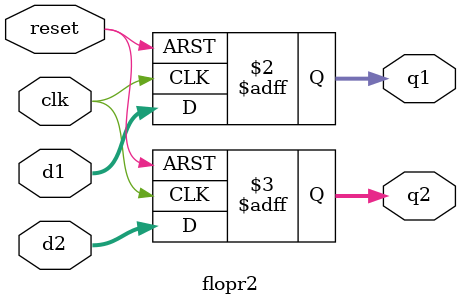
<source format=v>
`timescale 1ns / 1ps
module flopr2 (
	clk,
	reset,
	d1,
    d2,
	q1,
    q2
);
	parameter WIDTH = 8;
	input wire clk;
	input wire reset;
  input wire [WIDTH - 1:0] d1;
  input wire [WIDTH - 1:0] d2;
  output reg [WIDTH - 1:0] q1;
  output reg [WIDTH - 1:0] q2;
	always @(posedge clk or posedge reset)
      if (reset) begin
			q1 <= 0;
  			q2 <=0;
      end
		else begin
			q1 <= d1;
  			q2 <=d2;
        end
endmodule
</source>
